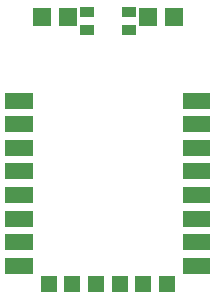
<source format=gbs>
%TF.GenerationSoftware,KiCad,Pcbnew,4.0.6*%
%TF.CreationDate,2017-07-19T01:35:51+03:00*%
%TF.ProjectId,esp12_atmega_addon,65737031325F61746D6567615F616464,rev?*%
%TF.FileFunction,Soldermask,Bot*%
%FSLAX46Y46*%
G04 Gerber Fmt 4.6, Leading zero omitted, Abs format (unit mm)*
G04 Created by KiCad (PCBNEW 4.0.6) date 07/19/17 01:35:51*
%MOMM*%
%LPD*%
G01*
G04 APERTURE LIST*
%ADD10C,0.100000*%
%ADD11R,1.400000X1.400000*%
%ADD12R,1.600000X1.600000*%
%ADD13R,1.300000X0.900000*%
G04 APERTURE END LIST*
D10*
D11*
X-17498900Y-9503600D03*
X-17498900Y-11503600D03*
X-16498900Y-11503600D03*
X-17498900Y-13503600D03*
X-17498900Y-15503600D03*
X-17498900Y-17503600D03*
X-17498900Y-19503600D03*
X-17498900Y-21503600D03*
X-17498900Y-23503600D03*
X-16498900Y-13503600D03*
X-16498900Y-15503600D03*
X-16498900Y-17503600D03*
X-16498900Y-19503600D03*
X-16498900Y-21503600D03*
X-16498900Y-23503600D03*
X-16498900Y-9503600D03*
X-14498900Y-25003600D03*
X-12498900Y-25003600D03*
X-10498900Y-25003600D03*
X-8498900Y-25003600D03*
X-6498900Y-25003600D03*
X-4498900Y-25003600D03*
X-1498900Y-23503600D03*
X-1498900Y-21503600D03*
X-1498900Y-19503600D03*
X-1498900Y-17503600D03*
X-1498900Y-15503600D03*
X-1498900Y-13503600D03*
X-1498900Y-11503600D03*
X-1498900Y-9503600D03*
X-2498900Y-23503600D03*
X-2498900Y-21503600D03*
X-2498900Y-19503600D03*
X-2498900Y-17503600D03*
X-2498900Y-15503600D03*
X-2498900Y-13503600D03*
X-2498900Y-11503600D03*
X-2498900Y-9503600D03*
D12*
X-6100000Y-2400000D03*
X-3900000Y-2400000D03*
X-12900000Y-2400000D03*
X-15100000Y-2400000D03*
D13*
X-7700000Y-2050000D03*
X-7700000Y-3550000D03*
X-11300000Y-2000000D03*
X-11300000Y-3500000D03*
M02*

</source>
